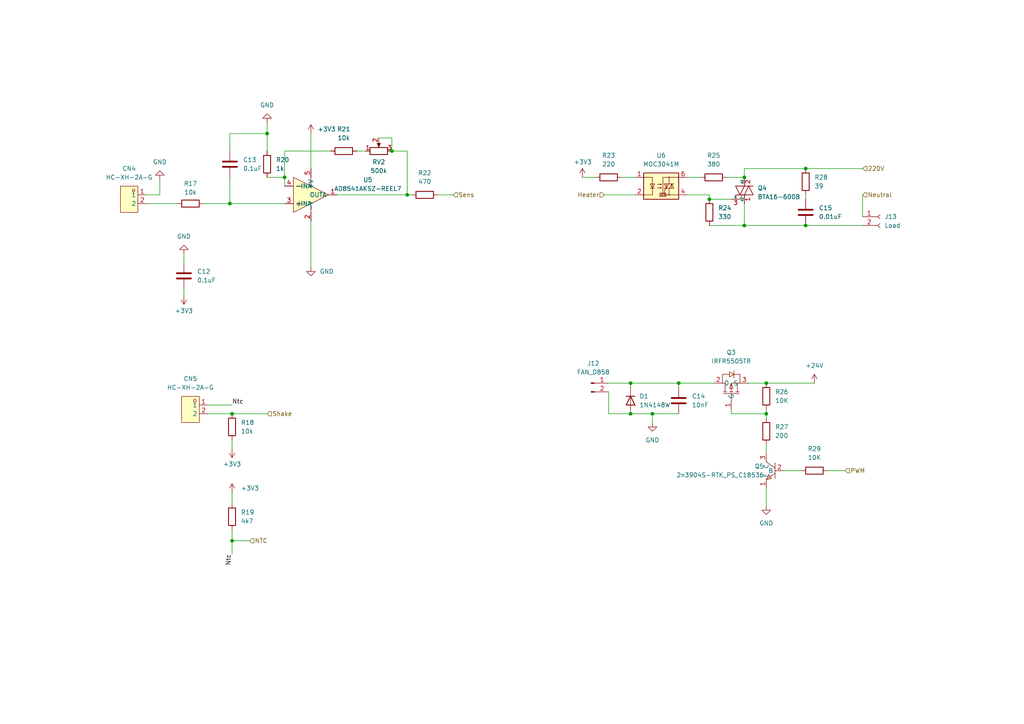
<source format=kicad_sch>
(kicad_sch (version 20230121) (generator eeschema)
  (paper "A4")
  (lib_symbols
    (symbol "Connector:Conn_01x02_Female" (pin_names (offset 1.016) hide)
      (property "Reference" "J" (at 0 2.54 0))
      (property "Value" "Conn_01x02_Female" (at 0 -5.08 0))
      (symbol "Conn_01x02_Female_1_1"
        (arc (start 0 -2.032) (mid -0.5058 -2.54) (end 0 -3.048) (stroke (width 0.1524)))
        (polyline (pts (xy -1.27 -2.54) (xy -0.508 -2.54)) (stroke (width 0.1524)))
        (polyline (pts (xy -1.27 0) (xy -0.508 0)) (stroke (width 0.1524)))
        (arc (start 0 0.508) (mid -0.5058 0) (end 0 -0.508) (stroke (width 0.1524)))
        (pin passive line (at -5.08 0 0) (length 3.81) (name "Pin_1") (number "1"))
        (pin passive line (at -5.08 -2.54 0) (length 3.81) (name "Pin_2") (number "2"))
      )
    )
    (symbol "Connector:Conn_01x02_Male" (pin_names (offset 1.016) hide)
      (property "Reference" "J" (at 0 2.54 0))
      (property "Value" "Conn_01x02_Male" (at 0 -5.08 0))
      (symbol "Conn_01x02_Male_1_1"
        (polyline (pts (xy 1.27 -2.54) (xy 0.8636 -2.54)) (stroke (width 0.1524)))
        (polyline (pts (xy 1.27 0) (xy 0.8636 0)) (stroke (width 0.1524)))
        (rectangle (start 0.8636 -2.413) (end 0 -2.667) (stroke (width 0.1524)) (fill (type outline)))
        (rectangle (start 0.8636 0.127) (end 0 -0.127) (stroke (width 0.1524)) (fill (type outline)))
        (pin passive line (at 5.08 0 180) (length 3.81) (name "Pin_1") (number "1"))
        (pin passive line (at 5.08 -2.54 180) (length 3.81) (name "Pin_2") (number "2"))
      )
    )
    (symbol "Device:C" (pin_numbers hide) (pin_names (offset 0.254))
      (property "Reference" "C" (at 0.635 2.54 0))
      (property "Value" "C" (at 0.635 -2.54 0))
      (symbol "C_0_1"
        (polyline (pts (xy -2.032 -0.762) (xy 2.032 -0.762)) (stroke (width 0.508)))
        (polyline (pts (xy -2.032 0.762) (xy 2.032 0.762)) (stroke (width 0.508)))
      )
      (symbol "C_1_1"
        (pin passive line (at 0 3.81 270) (length 2.794) (name "~") (number "1"))
        (pin passive line (at 0 -3.81 90) (length 2.794) (name "~") (number "2"))
      )
    )
    (symbol "Device:R" (pin_numbers hide) (pin_names (offset 0))
      (property "Reference" "R" (at 2.032 0 90))
      (property "Value" "R" (at 0 0 90))
      (symbol "R_0_1"
        (rectangle (start -1.016 -2.54) (end 1.016 2.54) (stroke (width 0.254)))
      )
      (symbol "R_1_1"
        (pin passive line (at 0 3.81 270) (length 1.27) (name "~") (number "1"))
        (pin passive line (at 0 -3.81 90) (length 1.27) (name "~") (number "2"))
      )
    )
    (symbol "Device:R_Potentiometer" (pin_names (offset 1.016) hide)
      (property "Reference" "RV" (at -4.445 0 90))
      (property "Value" "R_Potentiometer" (at -2.54 0 90))
      (symbol "R_Potentiometer_0_1"
        (polyline (pts (xy 2.54 0) (xy 1.524 0)))
        (polyline (pts (xy 1.143 0) (xy 2.286 0.508) (xy 2.286 -0.508) (xy 1.143 0)) (fill (type outline)))
        (rectangle (start 1.016 2.54) (end -1.016 -2.54) (stroke (width 0.254)))
      )
      (symbol "R_Potentiometer_1_1"
        (pin passive line (at 0 3.81 270) (length 1.27) (name "1") (number "1"))
        (pin passive line (at 3.81 0 180) (length 1.27) (name "2") (number "2"))
        (pin passive line (at 0 -3.81 90) (length 1.27) (name "3") (number "3"))
      )
    )
    (symbol "Diode:1N4148W" (pin_numbers hide) (pin_names hide)
      (property "Reference" "D" (at 0 2.54 0))
      (property "Value" "1N4148W" (at 0 -2.54 0))
      (symbol "1N4148W_0_1"
        (polyline (pts (xy -1.27 1.27) (xy -1.27 -1.27)) (stroke (width 0.254)))
        (polyline (pts (xy 1.27 0) (xy -1.27 0)))
        (polyline (pts (xy 1.27 1.27) (xy 1.27 -1.27) (xy -1.27 0) (xy 1.27 1.27)) (stroke (width 0.254)))
      )
      (symbol "1N4148W_1_1"
        (pin passive line (at -3.81 0 0) (length 2.54) (name "K") (number "1"))
        (pin passive line (at 3.81 0 180) (length 2.54) (name "A") (number "2"))
      )
    )
    (symbol "EasyEda:2n3904S-RTK_PS_C18536"
      (property "Reference" "Q" (at 0 10.16 0))
      (property "Value" "2n3904S-RTK/PS_C18536" (at 0 -10.16 0))
      (symbol "2n3904S-RTK_PS_C18536_0_1"
        (polyline (pts (xy 0 -0.76) (xy 2.54 -2.54)))
        (polyline (pts (xy 0 2.29) (xy 0 -2.29)))
        (polyline (pts (xy 2.54 2.54) (xy 0 0.76)))
        (polyline (pts (xy 2.54 -2.54) (xy 1.78 -1.27) (xy 1.02 -2.29) (xy 2.54 -2.54)) (fill (type background)))
        (pin input line (at 2.54 -5.08 90) (length 2.54) (name "E") (number "1"))
        (pin input line (at -2.54 0 0) (length 2.54) (name "B") (number "2"))
        (pin input line (at 2.54 5.08 270) (length 2.54) (name "C") (number "3"))
      )
    )
    (symbol "EasyEda:AD8541AKSZ-REEL7"
      (property "Reference" "U?" (at 0 12.7 0))
      (property "Value" "AD8541AKSZ-REEL7" (at 0 -12.7 0))
      (symbol "AD8541AKSZ-REEL7_0_1"
        (polyline (pts (xy -4.064 -2.54) (xy -2.54 -2.54)))
        (polyline (pts (xy -4.064 2.54) (xy -2.54 2.54)))
        (polyline (pts (xy -3.302 -1.778) (xy -3.302 -3.302)))
        (polyline (pts (xy 0 -2.54) (xy 0 -5.08)))
        (polyline (pts (xy 0 5.08) (xy 0 2.54)))
        (polyline (pts (xy -5.08 -5.08) (xy 5.08 0) (xy -5.08 5.08) (xy -5.08 -5.08)) (fill (type background)))
        (pin output line (at 7.62 0 180) (length 2.54) (name "OUTA") (number "1"))
        (pin unspecified line (at 0 -7.62 90) (length 2.54) (name "-V") (number "2"))
        (pin unspecified line (at -7.62 -2.54 0) (length 2.54) (name "+INA") (number "3"))
        (pin unspecified line (at -7.62 2.54 0) (length 2.54) (name "-INA") (number "4"))
        (pin unspecified line (at 0 7.62 270) (length 2.54) (name "+V") (number "5"))
      )
    )
    (symbol "EasyEda:HC-XH-2A-G"
      (property "Reference" "CN" (at 0 6.35 0))
      (property "Value" "HC-XH-2A-G" (at 0 -6.35 0))
      (symbol "HC-XH-2A-G_0_1"
        (rectangle (start -2.54 3.81) (end 2.54 -3.81) (fill (type background)))
        (circle (center -1.27 2.54) (radius 0.38))
        (pin unspecified line (at -5.08 1.27 0) (length 2.54) (name "1") (number "1"))
        (pin unspecified line (at -5.08 -1.27 0) (length 2.54) (name "2") (number "2"))
      )
    )
    (symbol "Relay_SolidState:MOC3041M"
      (property "Reference" "U" (at -5.08 5.08 0))
      (property "Value" "MOC3041M" (at 0 5.08 0))
      (symbol "MOC3041M_0_0"
        (rectangle (start -0.381 -2.032) (end 1.397 -3.048))
        (polyline (pts (xy 2.286 -2.54) (xy 1.397 -2.54)))
        (polyline (pts (xy 1.524 -0.635) (xy 1.016 -1.016) (xy 1.016 -2.032)))
        (text "ZCD" (at 0.508 -2.54 0) (effects (font (size 0.508 0.508))))
      )
      (symbol "MOC3041M_0_1"
        (rectangle (start -5.08 3.81) (end 5.08 -3.81) (stroke (width 0.254)) (fill (type background)))
        (polyline (pts (xy -3.175 -0.635) (xy -1.905 -0.635)))
        (polyline (pts (xy 1.524 -0.635) (xy 1.524 0.635)))
        (polyline (pts (xy 3.048 0.635) (xy 3.048 -0.635)))
        (polyline (pts (xy 2.286 -0.635) (xy 2.286 -2.54) (xy 5.08 -2.54)))
        (polyline (pts (xy 2.286 0.635) (xy 2.286 2.54) (xy 5.08 2.54)))
        (polyline (pts (xy 2.286 2.54) (xy 0.508 2.54) (xy 0.508 -2.032)))
        (polyline (pts (xy -5.08 2.54) (xy -2.54 2.54) (xy -2.54 -2.54) (xy -5.08 -2.54)))
        (polyline (pts (xy -2.54 -0.635) (xy -3.175 0.635) (xy -1.905 0.635) (xy -2.54 -0.635)))
        (polyline (pts (xy 0.889 -0.635) (xy 3.683 -0.635) (xy 3.048 0.635) (xy 2.413 -0.635)))
        (polyline (pts (xy 3.683 0.635) (xy 0.889 0.635) (xy 1.524 -0.635) (xy 2.159 0.635)))
        (polyline (pts (xy -1.143 -0.508) (xy 0.127 -0.508) (xy -0.254 -0.635) (xy -0.254 -0.381) (xy 0.127 -0.508)))
        (polyline (pts (xy -1.143 0.508) (xy 0.127 0.508) (xy -0.254 0.381) (xy -0.254 0.635) (xy 0.127 0.508)))
        (circle (center 2.286 -2.54) (radius 0.127))
        (circle (center 2.286 2.54) (radius 0.127))
      )
      (symbol "MOC3041M_1_1"
        (pin passive line (at -7.62 2.54 0) (length 2.54) (name "~") (number "1"))
        (pin passive line (at -7.62 -2.54 0) (length 2.54) (name "~") (number "2"))
        (pin no_connect line (at -5.08 0 0) (length 2.54) hide (name "NC") (number "3"))
        (pin passive line (at 7.62 -2.54 180) (length 2.54) (name "~") (number "4"))
        (pin no_connect line (at 5.08 0 180) (length 2.54) hide (name "NC") (number "5"))
        (pin passive line (at 7.62 2.54 180) (length 2.54) (name "~") (number "6"))
      )
    )
    (symbol "Triac_Thyristor:BTA16-600B" (pin_names (offset 0))
      (property "Reference" "Q" (at 5.08 1.905 0))
      (property "Value" "BTA16-600B" (at 5.08 0 0))
      (symbol "BTA16-600B_0_1"
        (polyline (pts (xy -2.54 -1.27) (xy 2.54 -1.27)) (stroke (width 0.2032)))
        (polyline (pts (xy -2.54 1.27) (xy 2.54 1.27)) (stroke (width 0.2032)))
        (polyline (pts (xy -1.27 -2.54) (xy -0.635 -1.27)))
        (polyline (pts (xy -2.54 1.27) (xy -1.27 -1.27) (xy 0 1.27)) (stroke (width 0.2032)))
        (polyline (pts (xy 0 -1.27) (xy 1.27 1.27) (xy 2.54 -1.27)) (stroke (width 0.2032)))
      )
      (symbol "BTA16-600B_1_1"
        (pin passive line (at 0 -3.81 90) (length 2.54) (name "A1") (number "1"))
        (pin passive line (at 0 3.81 270) (length 2.54) (name "A2") (number "2"))
        (pin input line (at -3.81 -2.54 0) (length 2.54) (name "G") (number "3"))
      )
    )
    (symbol "easyeda2kicad:IRFR5505TR"
      (property "Reference" "Q?" (at 0 10.16 0))
      (property "Value" "IRFR5505TR" (at 0 -10.16 0))
      (symbol "IRFR5505TR_0_1"
        (polyline (pts (xy -5.08 0) (xy -3.048 0)))
        (polyline (pts (xy -3.048 2.286) (xy -3.048 -2.286)))
        (polyline (pts (xy -2.54 -2.286) (xy -2.54 -1.27)))
        (polyline (pts (xy -2.54 -0.508) (xy -2.54 0.508)))
        (polyline (pts (xy -2.54 2.286) (xy -2.54 1.27)))
        (polyline (pts (xy 0 -1.778) (xy -2.54 -1.778)))
        (polyline (pts (xy 0 0) (xy -1.524 -0.508) (xy -1.524 0.508) (xy 0 0)) (fill (type background)))
        (polyline (pts (xy 2.54 -0.762) (xy 1.778 0.508) (xy 3.302 0.508) (xy 2.54 -0.762)) (fill (type background)))
        (polyline (pts (xy 3.556 -0.762) (xy 3.048 -0.762) (xy 2.032 -0.762) (xy 1.524 -0.762)))
        (polyline (pts (xy -2.54 0) (xy 0 0) (xy 0 -2.54) (xy 2.54 -2.54) (xy 2.54 -0.762)))
        (polyline (pts (xy -2.54 1.778) (xy 0 1.778) (xy 0 2.54) (xy 2.54 2.54) (xy 2.54 0.508)))
        (pin unspecified line (at -7.62 0 0) (length 2.54) (name "G") (number "1"))
        (pin unspecified line (at 0 5.08 270) (length 2.54) (name "D") (number "2"))
        (pin unspecified line (at 0 -5.08 90) (length 2.54) (name "S") (number "3"))
      )
    )
    (symbol "power:+24V" (power) (pin_names (offset 0))
      (property "Value" "+24V" (at 0 3.556 0))
      (symbol "+24V_0_1"
        (polyline (pts (xy -0.762 1.27) (xy 0 2.54)))
        (polyline (pts (xy 0 0) (xy 0 2.54)))
        (polyline (pts (xy 0 2.54) (xy 0.762 1.27)))
      )
      (symbol "+24V_1_1"
        (pin power_in line (at 0 0 90) (length 0) hide (name "+24V") (number "1"))
      )
    )
    (symbol "power:+3V3" (power) (pin_names (offset 0))
      (property "Value" "+3V3" (at 0 3.556 0))
      (symbol "+3V3_0_1"
        (polyline (pts (xy -0.762 1.27) (xy 0 2.54)))
        (polyline (pts (xy 0 0) (xy 0 2.54)))
        (polyline (pts (xy 0 2.54) (xy 0.762 1.27)))
      )
      (symbol "+3V3_1_1"
        (pin power_in line (at 0 0 90) (length 0) hide (name "+3V3") (number "1"))
      )
    )
    (symbol "power:GND" (power) (pin_names (offset 0))
      (property "Value" "GND" (at 0 -3.81 0))
      (symbol "GND_0_1"
        (polyline (pts (xy 0 0) (xy 0 -1.27) (xy 1.27 -1.27) (xy 0 -2.54) (xy -1.27 -1.27) (xy 0 -1.27)))
      )
      (symbol "GND_1_1"
        (pin power_in line (at 0 0 270) (length 0) hide (name "GND") (number "1"))
      )
    )
  )
  (junction (at 196.85 111.125))
  (junction (at 66.675 59.055))
  (junction (at 118.11 56.515))
  (junction (at 67.31 120.015))
  (junction (at 215.9 51.435))
  (junction (at 77.47 38.735))
  (junction (at 222.25 111.125))
  (junction (at 233.68 48.895))
  (junction (at 189.23 120.015))
  (junction (at 215.9 65.405))
  (junction (at 182.88 111.125))
  (junction (at 233.68 65.405))
  (junction (at 182.88 120.015))
  (junction (at 67.31 156.845))
  (junction (at 113.665 43.815))
  (junction (at 222.25 120.015))
  (junction (at 82.55 51.435))
  (junction (at 205.74 57.785))
  (wire (pts (xy 205.74 57.785) (xy 212.09 57.785)))
  (wire (pts (xy 182.88 120.015) (xy 189.23 120.015)))
  (wire (pts (xy 176.53 120.015) (xy 182.88 120.015)))
  (wire (pts (xy 66.675 43.815) (xy 66.675 38.735)))
  (wire (pts (xy 67.31 127.635) (xy 67.31 130.175)))
  (wire (pts (xy 176.53 113.665) (xy 176.53 120.015)))
  (wire (pts (xy 42.545 59.055) (xy 51.435 59.055)))
  (wire (pts (xy 189.23 120.015) (xy 189.23 122.555)))
  (wire (pts (xy 67.31 156.845) (xy 67.31 160.655)))
  (wire (pts (xy 217.17 111.125) (xy 222.25 111.125)))
  (wire (pts (xy 53.34 73.66) (xy 53.34 76.2)))
  (wire (pts (xy 215.9 59.055) (xy 215.9 65.405)))
  (wire (pts (xy 175.26 56.515) (xy 184.15 56.515)))
  (wire (pts (xy 189.23 120.015) (xy 196.85 120.015)))
  (wire (pts (xy 60.325 120.015) (xy 67.31 120.015)))
  (wire (pts (xy 182.88 111.125) (xy 182.88 112.395)))
  (wire (pts (xy 227.33 136.525) (xy 232.41 136.525)))
  (wire (pts (xy 60.325 117.475) (xy 67.31 117.475)))
  (wire (pts (xy 215.9 65.405) (xy 205.74 65.405)))
  (wire (pts (xy 66.675 51.435) (xy 66.675 59.055)))
  (wire (pts (xy 66.675 38.735) (xy 77.47 38.735)))
  (wire (pts (xy 233.68 65.405) (xy 250.19 65.405)))
  (wire (pts (xy 168.91 51.435) (xy 172.72 51.435)))
  (wire (pts (xy 180.34 51.435) (xy 184.15 51.435)))
  (wire (pts (xy 199.39 51.435) (xy 203.2 51.435)))
  (wire (pts (xy 53.34 83.82) (xy 53.34 85.725)))
  (wire (pts (xy 77.47 51.435) (xy 82.55 51.435)))
  (wire (pts (xy 67.31 142.875) (xy 67.31 146.05)))
  (wire (pts (xy 118.11 56.515) (xy 119.38 56.515)))
  (wire (pts (xy 59.055 59.055) (xy 66.675 59.055)))
  (wire (pts (xy 210.82 51.435) (xy 215.9 51.435)))
  (wire (pts (xy 215.9 48.895) (xy 215.9 51.435)))
  (wire (pts (xy 212.09 120.015) (xy 222.25 120.015)))
  (wire (pts (xy 196.85 111.125) (xy 196.85 112.395)))
  (wire (pts (xy 196.85 111.125) (xy 207.01 111.125)))
  (wire (pts (xy 250.19 48.895) (xy 233.68 48.895)))
  (wire (pts (xy 95.885 43.815) (xy 82.55 43.815)))
  (wire (pts (xy 222.25 111.125) (xy 236.22 111.125)))
  (wire (pts (xy 118.11 43.815) (xy 118.11 56.515)))
  (wire (pts (xy 233.68 56.515) (xy 233.68 57.785)))
  (wire (pts (xy 222.25 128.905) (xy 222.25 131.445)))
  (wire (pts (xy 199.39 56.515) (xy 205.74 56.515)))
  (wire (pts (xy 250.19 56.515) (xy 250.19 62.865)))
  (wire (pts (xy 109.855 40.005) (xy 113.665 40.005)))
  (wire (pts (xy 182.88 111.125) (xy 196.85 111.125)))
  (wire (pts (xy 82.55 51.435) (xy 82.55 53.975)))
  (wire (pts (xy 215.9 65.405) (xy 233.68 65.405)))
  (wire (pts (xy 42.545 56.515) (xy 46.355 56.515)))
  (wire (pts (xy 222.25 141.605) (xy 222.25 146.685)))
  (wire (pts (xy 176.53 111.125) (xy 182.88 111.125)))
  (wire (pts (xy 222.25 120.015) (xy 222.25 118.745)))
  (wire (pts (xy 90.17 38.735) (xy 90.17 48.895)))
  (wire (pts (xy 103.505 43.815) (xy 106.045 43.815)))
  (wire (pts (xy 233.68 48.895) (xy 215.9 48.895)))
  (wire (pts (xy 127 56.515) (xy 131.445 56.515)))
  (wire (pts (xy 113.665 40.005) (xy 113.665 43.815)))
  (wire (pts (xy 66.675 59.055) (xy 82.55 59.055)))
  (wire (pts (xy 82.55 43.815) (xy 82.55 51.435)))
  (wire (pts (xy 205.74 56.515) (xy 205.74 57.785)))
  (wire (pts (xy 222.25 120.015) (xy 222.25 121.285)))
  (wire (pts (xy 67.31 153.67) (xy 67.31 156.845)))
  (wire (pts (xy 67.31 156.845) (xy 72.39 156.845)))
  (wire (pts (xy 90.17 64.135) (xy 90.17 77.47)))
  (wire (pts (xy 77.47 43.815) (xy 77.47 38.735)))
  (wire (pts (xy 212.09 118.745) (xy 212.09 120.015)))
  (wire (pts (xy 46.355 56.515) (xy 46.355 52.07)))
  (wire (pts (xy 97.79 56.515) (xy 118.11 56.515)))
  (wire (pts (xy 240.03 136.525) (xy 245.11 136.525)))
  (wire (pts (xy 67.31 120.015) (xy 77.47 120.015)))
  (wire (pts (xy 113.665 43.815) (xy 118.11 43.815)))
  (wire (pts (xy 77.47 35.56) (xy 77.47 38.735)))
  (label "Ntc" (at 67.31 117.475 0))
  (label "Ntc" (at 67.31 160.655 270))
  (hierarchical_label "220V" (shape input) (at 250.19 48.895 0))
  (hierarchical_label "Heater" (shape input) (at 175.26 56.515 180))
  (hierarchical_label "NTC" (shape input) (at 72.39 156.845 0))
  (hierarchical_label "Neutral" (shape input) (at 250.19 56.515 0))
  (hierarchical_label "PWM" (shape input) (at 245.11 136.525 0))
  (hierarchical_label "Shake" (shape input) (at 77.47 120.015 0))
  (hierarchical_label "Sens" (shape input) (at 131.445 56.515 0))
  (symbol (lib_id "Device:R") (at 123.19 56.515 90) (unit 1)
    (property "Reference" "R22" (at 123.19 50.165 90))
    (property "Value" "470" (at 123.19 52.705 90))
    (property "Footprint" "Resistor_SMD:R_1206_3216Metric_Pad1.30x1.75mm_HandSolder" (effects hide))
  )
  (symbol (lib_id "Triac_Thyristor:BTA16-600B") (at 215.9 55.245 0) (unit 1)
    (property "Reference" "Q4" (at 219.71 54.5591 0) (effects (justify left)))
    (property "Value" "BTA16-600B" (at 219.71 57.0991 0) (effects (justify left)))
    (property "Footprint" "Package_TO_SOT_THT:TO-220-3_Vertical" (effects hide))
    (property "Datasheet" "https://www.st.com/resource/en/datasheet/bta16.pdf" (effects hide))
  )
  (symbol (lib_id "Device:R") (at 222.25 125.095 180) (unit 1)
    (property "Reference" "R27" (at 224.79 123.8249 0) (effects (justify right)))
    (property "Value" "200" (at 224.79 126.3649 0) (effects (justify right)))
    (property "Footprint" "Resistor_SMD:R_1206_3216Metric_Pad1.30x1.75mm_HandSolder" (effects hide))
  )
  (symbol (lib_id "Device:R") (at 67.31 149.86 180) (unit 1)
    (property "Reference" "R19" (at 69.85 148.5899 0) (effects (justify right)))
    (property "Value" "4k7" (at 69.85 151.1299 0) (effects (justify right)))
    (property "Footprint" "Resistor_SMD:R_1206_3216Metric_Pad1.30x1.75mm_HandSolder" (effects hide))
  )
  (symbol (lib_id "Device:R") (at 207.01 51.435 90) (unit 1)
    (property "Reference" "R25" (at 207.01 45.085 90))
    (property "Value" "380" (at 207.01 47.625 90))
    (property "Footprint" "Resistor_SMD:R_2512_6332Metric_Pad1.40x3.35mm_HandSolder" (effects hide))
  )
  (symbol (lib_id "Device:R") (at 55.245 59.055 90) (unit 1)
    (property "Reference" "R17" (at 55.245 53.2537 90))
    (property "Value" "10k" (at 55.245 55.7937 90))
    (property "Footprint" "Resistor_SMD:R_1206_3216Metric_Pad1.30x1.75mm_HandSolder" (effects hide))
  )
  (symbol (lib_id "power:GND") (at 189.23 122.555 0) (unit 1)
    (property "Reference" "#PWR036" (effects hide))
    (property "Value" "GND" (at 189.23 127.635 0))
  )
  (symbol (lib_id "Device:R") (at 99.695 43.815 90) (unit 1)
    (property "Reference" "R21" (at 99.695 37.465 90))
    (property "Value" "10k" (at 99.695 40.005 90))
    (property "Footprint" "Resistor_SMD:R_1206_3216Metric_Pad1.30x1.75mm_HandSolder" (effects hide))
  )
  (symbol (lib_id "power:+3V3") (at 90.17 38.735 0) (unit 1)
    (property "Reference" "#PWR0104" (effects hide))
    (property "Value" "+3V3" (at 92.075 37.4649 0) (effects (justify left)))
  )
  (symbol (lib_id "power:GND") (at 53.34 73.66 180) (unit 1)
    (property "Reference" "#PWR029" (effects hide))
    (property "Value" "GND" (at 53.34 68.58 0))
  )
  (symbol (lib_id "EasyEda:HC-XH-2A-G") (at 37.465 57.785 0) (mirror y) (unit 1)
    (property "Reference" "CN4" (at 37.465 48.895 0))
    (property "Value" "HC-XH-2A-G" (at 37.465 51.435 0))
    (property "Footprint" "easyeda2kicad:CONN-TH_2P-P2.50_HC-XH-2A-G" (effects hide))
    (property "Manufacturer" "HCTL(华灿天禄)" (effects hide))
    (property "LCSC Part" "C5341201" (effects hide))
    (property "JLC Part" "Extended Part" (effects hide))
  )
  (symbol (lib_id "easyeda2kicad:IRFR5505TR") (at 212.09 111.125 90) (unit 1)
    (property "Reference" "Q3" (at 212.09 102.235 90))
    (property "Value" "IRFR5505TR" (at 212.09 104.775 90))
    (property "Footprint" "easyeda2kicakd:TO-252-3_L6.5-W5.8-P4.58-BR" (effects hide))
    (property "Datasheet" "https://lcsc.com/product-detail/MOSFET_VBsemi-Elec-IRFR5505TR_C725084.html" (effects hide))
    (property "Manufacturer" "VBsemi Elec" (effects hide))
    (property "LCSC Part" "C725084" (effects hide))
    (property "JLC Part" "Extended Part" (effects hide))
  )
  (symbol (lib_id "power:+3V3") (at 168.91 51.435 0) (unit 1)
    (property "Reference" "#PWR035" (effects hide))
    (property "Value" "+3V3" (at 166.37 46.99 0) (effects (justify left)))
  )
  (symbol (lib_id "Device:R") (at 205.74 61.595 0) (unit 1)
    (property "Reference" "R24" (at 208.28 60.3249 0) (effects (justify left)))
    (property "Value" "330" (at 208.28 62.8649 0) (effects (justify left)))
    (property "Footprint" "Resistor_SMD:R_2512_6332Metric_Pad1.40x3.35mm_HandSolder" (effects hide))
  )
  (symbol (lib_id "power:+3V3") (at 67.31 142.875 0) (unit 1)
    (property "Reference" "#PWR032" (effects hide))
    (property "Value" "+3V3" (at 69.85 141.6049 0) (effects (justify left)))
  )
  (symbol (lib_id "Device:R") (at 222.25 114.935 180) (unit 1)
    (property "Reference" "R26" (at 224.79 113.6649 0) (effects (justify right)))
    (property "Value" "10K" (at 224.79 116.2049 0) (effects (justify right)))
    (property "Footprint" "Resistor_SMD:R_1206_3216Metric_Pad1.30x1.75mm_HandSolder" (effects hide))
  )
  (symbol (lib_id "EasyEda:HC-XH-2A-G") (at 55.245 118.745 0) (mirror y) (unit 1)
    (property "Reference" "CN5" (at 55.245 109.855 0))
    (property "Value" "HC-XH-2A-G" (at 55.245 112.395 0))
    (property "Footprint" "easyeda2kicad:CONN-TH_2P-P2.50_HC-XH-2A-G" (effects hide))
    (property "Manufacturer" "HCTL(华灿天禄)" (effects hide))
    (property "LCSC Part" "C5341201" (effects hide))
    (property "JLC Part" "Extended Part" (effects hide))
  )
  (symbol (lib_id "Device:C") (at 53.34 80.01 0) (unit 1)
    (property "Reference" "C12" (at 57.15 78.7399 0) (effects (justify left)))
    (property "Value" "0.1uF" (at 57.15 81.2799 0) (effects (justify left)))
    (property "Footprint" "Capacitor_SMD:C_1206_3216Metric_Pad1.33x1.80mm_HandSolder" (effects hide))
  )
  (symbol (lib_id "power:GND") (at 222.25 146.685 0) (unit 1)
    (property "Reference" "#PWR037" (effects hide))
    (property "Value" "GND" (at 222.25 151.765 0))
  )
  (symbol (lib_id "power:+3V3") (at 53.34 85.725 180) (unit 1)
    (property "Reference" "#PWR030" (effects hide))
    (property "Value" "+3V3" (at 53.34 90.17 0))
  )
  (symbol (lib_id "power:+3V3") (at 67.31 130.175 180) (unit 1)
    (property "Reference" "#PWR031" (effects hide))
    (property "Value" "+3V3" (at 67.31 134.62 0))
  )
  (symbol (lib_id "Device:C") (at 233.68 61.595 0) (unit 1)
    (property "Reference" "C15" (at 237.49 60.3249 0) (effects (justify left)))
    (property "Value" "0.01uF" (at 237.49 62.8649 0) (effects (justify left)))
    (property "Footprint" "Capacitor_THT:C_Disc_D11.0mm_W5.0mm_P5.00mm" (effects hide))
  )
  (symbol (lib_id "Device:R_Potentiometer") (at 109.855 43.815 90) (unit 1)
    (property "Reference" "RV2" (at 109.855 46.99 90))
    (property "Value" "500k" (at 109.855 49.53 90))
    (property "Footprint" "Potentiometer_THT:Potentiometer_Bourns_3296W_Vertical" (effects hide))
  )
  (symbol (lib_id "Device:C") (at 196.85 116.205 180) (unit 1)
    (property "Reference" "C14" (at 200.66 114.9349 0) (effects (justify right)))
    (property "Value" "10nF" (at 200.66 117.4749 0) (effects (justify right)))
    (property "Footprint" "Capacitor_SMD:C_1206_3216Metric_Pad1.33x1.80mm_HandSolder" (effects hide))
  )
  (symbol (lib_id "Device:R") (at 176.53 51.435 90) (unit 1)
    (property "Reference" "R23" (at 176.53 45.085 90))
    (property "Value" "220" (at 176.53 47.625 90))
    (property "Footprint" "Resistor_SMD:R_1206_3216Metric_Pad1.30x1.75mm_HandSolder" (effects hide))
  )
  (symbol (lib_id "Device:C") (at 66.675 47.625 0) (unit 1)
    (property "Reference" "C13" (at 70.485 46.3549 0) (effects (justify left)))
    (property "Value" "0.1uF" (at 70.485 48.8949 0) (effects (justify left)))
    (property "Footprint" "Capacitor_SMD:C_1206_3216Metric_Pad1.33x1.80mm_HandSolder" (effects hide))
  )
  (symbol (lib_id "power:GND") (at 46.355 52.07 180) (unit 1)
    (property "Reference" "#PWR028" (effects hide))
    (property "Value" "GND" (at 46.355 46.99 0))
  )
  (symbol (lib_id "EasyEda:2n3904S-RTK_PS_C18536") (at 224.79 136.525 0) (mirror y) (unit 1)
    (property "Reference" "Q5" (at 221.615 135.2549 0) (effects (justify left)))
    (property "Value" "2n3904S-RTK_PS_C18536" (at 221.615 137.7949 0) (effects (justify left)))
    (property "Footprint" "easyeda2kicad:SOT-23-3_L2.9-W1.3-P1.90-LS2.4-TR" (effects hide))
    (property "Datasheet" "https://lcsc.com/product-detail/Transistors-NPN-PNP_KEC_2n3904S-RTK-P_2n3904S-RTK-P_C18536.html" (effects hide))
    (property "Manufacturer" "KEC" (effects hide))
    (property "LCSC Part" "C18536" (effects hide))
    (property "JLC Part" "Extended Part" (effects hide))
  )
  (symbol (lib_id "Connector:Conn_01x02_Male") (at 171.45 111.125 0) (unit 1)
    (property "Reference" "J12" (at 172.085 105.41 0))
    (property "Value" "FAN_D858" (at 172.085 107.95 0))
    (property "Footprint" "TerminalBlock_Phoenix:TerminalBlock_Phoenix_MKDS-1,5-2_1x02_P5.00mm_Horizontal" (effects hide))
  )
  (symbol (lib_id "power:GND") (at 90.17 77.47 0) (unit 1)
    (property "Reference" "#PWR0103" (effects hide))
    (property "Value" "GND" (at 92.71 78.7399 0) (effects (justify left)))
  )
  (symbol (lib_id "power:+24V") (at 236.22 111.125 0) (unit 1)
    (property "Reference" "#PWR038" (effects hide))
    (property "Value" "+24V" (at 236.22 106.045 0))
  )
  (symbol (lib_id "power:GND") (at 77.47 35.56 180) (unit 1)
    (property "Reference" "#PWR033" (effects hide))
    (property "Value" "GND" (at 77.47 30.48 0))
  )
  (symbol (lib_id "Connector:Conn_01x02_Female") (at 255.27 62.865 0) (unit 1)
    (property "Reference" "J13" (at 256.54 62.8649 0) (effects (justify left)))
    (property "Value" "Load" (at 256.54 65.4049 0) (effects (justify left)))
    (property "Footprint" "TerminalBlock_Phoenix:TerminalBlock_Phoenix_MKDS-1,5-2_1x02_P5.00mm_Horizontal" (effects hide))
  )
  (symbol (lib_id "Device:R") (at 77.47 47.625 0) (unit 1)
    (property "Reference" "R20" (at 80.01 46.3549 0) (effects (justify left)))
    (property "Value" "1k" (at 80.01 48.8949 0) (effects (justify left)))
    (property "Footprint" "Resistor_SMD:R_1206_3216Metric_Pad1.30x1.75mm_HandSolder" (effects hide))
  )
  (symbol (lib_id "Device:R") (at 236.22 136.525 270) (unit 1)
    (property "Reference" "R29" (at 236.22 130.175 90))
    (property "Value" "10K" (at 236.22 132.715 90))
    (property "Footprint" "Resistor_SMD:R_1206_3216Metric_Pad1.30x1.75mm_HandSolder" (effects hide))
  )
  (symbol (lib_id "Relay_SolidState:MOC3041M") (at 191.77 53.975 0) (unit 1)
    (property "Reference" "U6" (at 191.77 45.085 0))
    (property "Value" "MOC3041M" (at 191.77 47.625 0))
    (property "Footprint" "Package_DIP:DIP-6_W7.62mm_LongPads" (effects hide))
    (property "Datasheet" "https://www.onsemi.com/pub/Collateral/MOC3043M-D.pdf" (effects hide))
  )
  (symbol (lib_id "Device:R") (at 233.68 52.705 180) (unit 1)
    (property "Reference" "R28" (at 236.22 51.4349 0) (effects (justify right)))
    (property "Value" "39" (at 236.22 53.9749 0) (effects (justify right)))
    (property "Footprint" "Resistor_SMD:R_2512_6332Metric_Pad1.40x3.35mm_HandSolder" (effects hide))
  )
  (symbol (lib_id "Diode:1N4148W") (at 182.88 116.205 270) (unit 1)
    (property "Reference" "D1" (at 185.42 114.9349 90) (effects (justify left)))
    (property "Value" "1N4148W" (at 185.42 117.4749 90) (effects (justify left)))
    (property "Footprint" "Diode_SMD:D_SOD-123" (effects hide))
    (property "Datasheet" "https://www.vishay.com/docs/85748/1n4148w.pdf" (effects hide))
  )
  (symbol (lib_id "EasyEda:AD8541AKSZ-REEL7") (at 90.17 56.515 0) (unit 1)
    (property "Reference" "U5" (at 106.68 52.1843 0))
    (property "Value" "AD8541AKSZ-REEL7" (at 106.68 54.7243 0))
    (property "Footprint" "Package_TO_SOT_SMD:SOT-23-5" (effects hide))
    (property "Datasheet" "https://lcsc.com/product-detail/General-Purpose-Amplifiers_ADI_AD8541AKSZ-REEL7_AD8541AKSZ-REEL7_C143907.html" (effects hide))
    (property "Manufacturer" "ADI" (effects hide))
    (property "LCSC Part" "C143907" (effects hide))
    (property "JLC Part" "Extended Part" (effects hide))
  )
  (symbol (lib_id "Device:R") (at 67.31 123.825 180) (unit 1)
    (property "Reference" "R18" (at 69.85 122.5549 0) (effects (justify right)))
    (property "Value" "10k" (at 69.85 125.0949 0) (effects (justify right)))
    (property "Footprint" "Resistor_SMD:R_1206_3216Metric_Pad1.30x1.75mm_HandSolder" (effects hide))
  )
)
</source>
